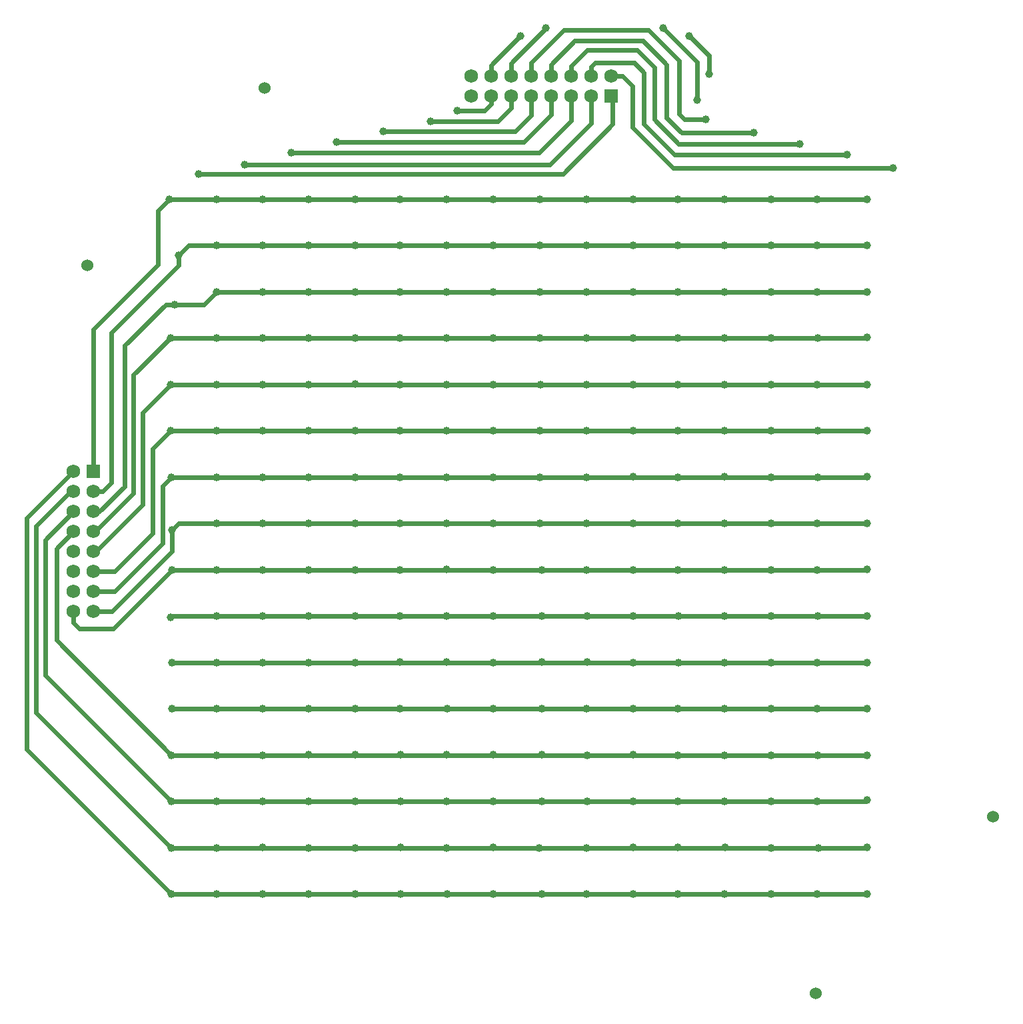
<source format=gbr>
%TF.GenerationSoftware,Altium Limited,Altium Designer,19.1.6 (110)*%
G04 Layer_Physical_Order=2*
G04 Layer_Color=16711680*
%FSLAX43Y43*%
%MOMM*%
%TF.FileFunction,Copper,L2,Bot,Signal*%
%TF.Part,Single*%
G01*
G75*
%TA.AperFunction,Conductor*%
%ADD11C,0.600*%
%TA.AperFunction,WasherPad*%
%ADD12C,1.524*%
%TA.AperFunction,ComponentPad*%
%ADD13R,1.750X1.750*%
%ADD14C,1.750*%
%ADD15R,1.750X1.750*%
%TA.AperFunction,ViaPad*%
%ADD16C,1.000*%
D11*
X67500Y87493D02*
X73400D01*
X55900D02*
X67500D01*
X26500D02*
X32200D01*
X20550D02*
X26500D01*
X14700D02*
X20550D01*
X8900D02*
X14700D01*
X4100Y86275D02*
X5318Y87493D01*
X-4475Y76425D02*
X4100Y85000D01*
X-4475Y57375D02*
Y76425D01*
X4100Y85000D02*
Y86275D01*
X-6750Y76850D02*
X1450Y85050D01*
X-6750Y58800D02*
Y76850D01*
X1450Y85050D02*
Y91950D01*
X8900Y93400D02*
X20550D01*
X32200D01*
X44000D01*
X55900D01*
X67500D01*
X91500D01*
X5318Y87493D02*
X8900D01*
X3550Y80000D02*
X7290D01*
X2425D02*
X3550D01*
X-2777Y74798D02*
X2425Y80000D01*
X7290D02*
X8900Y81610D01*
X-2777Y56923D02*
Y74798D01*
X50000Y81610D02*
X61800D01*
X46280Y110680D02*
X50700Y115100D01*
X46280Y109040D02*
Y110680D01*
X1450Y91950D02*
X2900Y93400D01*
X66903Y97372D02*
X94825D01*
X61725Y102550D02*
X66903Y97372D01*
X71450Y109275D02*
Y111625D01*
X68925Y114150D02*
X71450Y111625D01*
X47450Y114125D02*
X47500D01*
X43740Y110415D02*
X47450Y114125D01*
X43740Y109040D02*
Y110415D01*
X53000Y114875D02*
X63725D01*
X48820Y110695D02*
X53000Y114875D01*
X48820Y109040D02*
Y110695D01*
X63050Y113500D02*
X66075Y110475D01*
Y103725D02*
Y110475D01*
Y103725D02*
X67975Y101825D01*
X54400Y113500D02*
X63050D01*
X51360Y110460D02*
X54400Y113500D01*
X51360Y109040D02*
Y110460D01*
X67650Y104250D02*
Y110950D01*
X63725Y114875D02*
X67650Y110950D01*
Y104250D02*
X68350Y103550D01*
X67025Y99075D02*
X88978D01*
X63175Y102925D02*
X67025Y99075D01*
X67573Y100427D02*
X82975D01*
X64500Y103500D02*
X67573Y100427D01*
X67975Y101825D02*
X77178D01*
X68350Y103550D02*
X71075D01*
X69950Y106000D02*
Y110775D01*
X65625Y115100D02*
X69950Y110775D01*
X59225Y102900D02*
Y106255D01*
X52925Y96600D02*
X59225Y102900D01*
X6575Y96600D02*
X52925D01*
X56440Y102991D02*
Y106500D01*
X51249Y97800D02*
X56440Y102991D01*
X12450Y97800D02*
X51249D01*
X53900Y103325D02*
Y106500D01*
X49900Y99325D02*
X53900Y103325D01*
X18350Y99325D02*
X49900D01*
X24125Y100675D02*
X47900D01*
X51360Y104135D01*
X30025Y102025D02*
X46800D01*
X48820Y104045D01*
X46280Y104980D02*
Y106500D01*
X44600Y103300D02*
X46280Y104980D01*
X36072Y103300D02*
X44600D01*
X39475Y104650D02*
X42925D01*
X43740Y105465D01*
Y106500D01*
X53900Y109040D02*
Y110300D01*
X55950Y112350D01*
X62325D01*
X64500Y110175D01*
Y103500D02*
Y110175D01*
X56950Y110700D02*
X61975D01*
X56440Y110190D02*
X56950Y110700D01*
X56440Y109040D02*
Y110190D01*
X61975Y110700D02*
X63175Y109500D01*
Y102925D02*
Y109500D01*
X61725Y102550D02*
Y107775D01*
X60460Y109040D02*
X61725Y107775D01*
X58980Y109040D02*
X60460D01*
X48820Y104045D02*
Y106500D01*
X51360Y104135D02*
Y106500D01*
X58980D02*
X59225Y106255D01*
X41040Y109200D02*
X41200Y109040D01*
X-1650Y56025D02*
Y71075D01*
X-6495Y51180D02*
X-1650Y56025D01*
X-5980Y53720D02*
X-2777Y56923D01*
X-6750Y53720D02*
X-5980D01*
X-5590Y56260D02*
X-4475Y57375D01*
X-6750Y56260D02*
X-5590D01*
X-6750Y51180D02*
X-6495D01*
X20550Y69846D02*
X32200D01*
X-525Y66271D02*
X3050Y69846D01*
X-525Y54595D02*
Y66271D01*
X-6254Y48866D02*
X-525Y54595D01*
X67525Y58081D02*
X79300D01*
X55900D02*
X67525D01*
X2025Y49650D02*
Y56985D01*
X-4065Y43560D02*
X2025Y49650D01*
X-6750Y43560D02*
X-4065D01*
X800Y50975D02*
Y61678D01*
X-4075Y46100D02*
X800Y50975D01*
X-6750Y46100D02*
X-4075D01*
X800Y61678D02*
X3085Y63963D01*
X-6524Y48866D02*
X-6254D01*
X2025Y56985D02*
X3121Y58081D01*
X4082Y52200D02*
X8900D01*
X3263Y51381D02*
X4082Y52200D01*
X8900D02*
X20550D01*
X-4405Y41020D02*
X3263Y48688D01*
X-6750Y41020D02*
X-4405D01*
X3263Y48688D02*
Y51381D01*
X-1650Y71075D02*
X3050Y75775D01*
Y69846D02*
X8900D01*
X-6750Y48640D02*
X-6524Y48866D01*
X32200Y46316D02*
X44000D01*
X-8525Y38850D02*
X-4204D01*
X-9290Y39615D02*
X-8525Y38850D01*
X-9290Y39615D02*
Y41020D01*
X-4204Y38850D02*
X3263Y46316D01*
X-15225Y23537D02*
Y52865D01*
X-9290Y58800D01*
X-15225Y23537D02*
X3172Y5140D01*
X-14025Y51900D02*
X-9665Y56260D01*
X-9290D01*
X-14025Y28219D02*
Y51900D01*
Y28219D02*
X3172Y11022D01*
X85200Y16905D02*
X91414D01*
X79300D02*
X85200D01*
X73412D02*
X79300D01*
X67525D02*
X73412D01*
X44035D02*
X67525D01*
X38100D02*
X44035D01*
X26500D02*
X38100D01*
X20562D02*
X26500D01*
X8900D02*
X20562D01*
X-12875Y32951D02*
Y50135D01*
X-9290Y53720D01*
X-12875Y32951D02*
X3172Y16905D01*
X-11450Y37409D02*
Y49020D01*
X-9290Y51180D01*
X-11450Y37409D02*
X3172Y22787D01*
X85200Y34552D02*
X91500D01*
X79300D02*
X85200D01*
X73412D02*
X79300D01*
X67560D02*
X73412D01*
X61800D02*
X67560D01*
X44035D02*
X61800D01*
X26500D02*
X44035D01*
X20550D02*
X26500D01*
X14735D02*
X20550D01*
X8900D02*
X14735D01*
X79300Y40434D02*
X91559D01*
X73412D02*
X79300D01*
X61800D02*
X73412D01*
X55935D02*
X61800D01*
X50230D02*
X55935D01*
X44000D02*
X50230D01*
X38100D02*
X44000D01*
X32200D02*
X38100D01*
X20562D02*
X32200D01*
X14700D02*
X20562D01*
X8900D02*
X14700D01*
X3175Y40450D02*
X3191Y40434D01*
X85200Y46316D02*
X91452D01*
X79300D02*
X85200D01*
X73412D02*
X79300D01*
X67525D02*
X73412D01*
X61800D02*
X67525D01*
X55900D02*
X61800D01*
X50176D02*
X55900D01*
X44000D02*
X50176D01*
X26500D02*
X32200D01*
X20550D02*
X26500D01*
X14700D02*
X20550D01*
X8900D02*
X14700D01*
X85200Y52200D02*
X91500D01*
X79300D02*
X85200D01*
X73400D02*
X79300D01*
X67525D02*
X73400D01*
X61800D02*
X67525D01*
X55900D02*
X61800D01*
X49950D02*
X55900D01*
X44000D02*
X49950D01*
X38125D02*
X44000D01*
X32200D02*
X38125D01*
X26500D02*
X32200D01*
X20550D02*
X26500D01*
X85247Y58081D02*
X91456D01*
X79300D02*
X85247D01*
X49950D02*
X55900D01*
X44000D02*
X49950D01*
X38125D02*
X44000D01*
X85247Y63963D02*
X91524D01*
X79300D02*
X85247D01*
X73400D02*
X79300D01*
X67500D02*
X73400D01*
X61800D02*
X67500D01*
X55900D02*
X61800D01*
X49950D02*
X55900D01*
X44000D02*
X49950D01*
X38100D02*
X44000D01*
X8900Y11022D02*
X91481D01*
X8900Y5140D02*
X91535D01*
X8900Y22787D02*
X91535D01*
X91414Y16905D02*
X91559Y17050D01*
X8900Y28669D02*
X91559D01*
X3263D02*
X8900D01*
X3263Y34552D02*
X8900D01*
X91452Y46316D02*
X91535Y46400D01*
X3263Y46316D02*
X8900D01*
X32200Y63963D02*
X38100D01*
X3191Y40434D02*
X8900D01*
X3172Y22787D02*
X8900D01*
X3172Y16905D02*
X8900D01*
X26500Y63963D02*
X32200D01*
X85200Y69846D02*
X91506D01*
X79300D02*
X85200D01*
X73400D02*
X79300D01*
X67525D02*
X73400D01*
X61800D02*
X67525D01*
X55900D02*
X61800D01*
X50025D02*
X55900D01*
X44000D02*
X50025D01*
X38100D02*
X44000D01*
X32200D02*
X38100D01*
X85235Y75775D02*
X91400D01*
X79300D02*
X85235D01*
X73400D02*
X79300D01*
X67525D02*
X73400D01*
X61800D02*
X67525D01*
X55900D02*
X61800D01*
X49950D02*
X55900D01*
X44000D02*
X49950D01*
X38100D02*
X44000D01*
X32200D02*
X38100D01*
X26500D02*
X32200D01*
X91400D02*
X91500Y75875D01*
X32200Y58081D02*
X38125D01*
X26500D02*
X32200D01*
X20562D02*
X26500D01*
X14735D02*
X20562D01*
X8900D02*
X14735D01*
X20550Y63963D02*
X26500D01*
X14700D02*
X20550D01*
X8900D02*
X14700D01*
Y69846D02*
X20550D01*
X8900D02*
X14700D01*
X20550Y75775D02*
X26500D01*
X14700D02*
X20550D01*
X8900D02*
X14700D01*
X3172Y5140D02*
X8900D01*
X3172Y11022D02*
X8900D01*
X3121Y58081D02*
X8900D01*
X3085Y63963D02*
X8900D01*
X3050Y75775D02*
X8900D01*
X85200Y81610D02*
X91535D01*
X79300D02*
X85200D01*
X73400D02*
X79300D01*
X67500D02*
X73400D01*
X61800D02*
X67500D01*
X85200Y87493D02*
X91500D01*
X79300D02*
X85200D01*
X73400D02*
X79300D01*
X49950D02*
X55900D01*
X44000D02*
X49950D01*
X38100Y81610D02*
X44000D01*
X50000D01*
X38100Y87493D02*
X44000D01*
X32200D02*
X38100D01*
X32200Y81610D02*
X38100D01*
X26500D02*
X32200D01*
X20550D02*
X26500D01*
X14700D02*
X20550D01*
X8900D02*
X14700D01*
X26500Y87493D02*
Y87528D01*
X14700Y87493D02*
Y87528D01*
X91481Y11022D02*
X91559Y11100D01*
X3050Y40325D02*
X3175Y40450D01*
X91456Y58081D02*
X91500Y58125D01*
X91524Y63963D02*
X91535Y63975D01*
X91506Y69846D02*
X91535Y69875D01*
X2900Y93400D02*
X8900D01*
D12*
X-7500Y85000D02*
D03*
X15000Y107500D02*
D03*
X107500Y15000D02*
D03*
X85000Y-7500D02*
D03*
D13*
X-6750Y58800D02*
D03*
D14*
X-9290Y56260D02*
D03*
Y53720D02*
D03*
Y51180D02*
D03*
Y48640D02*
D03*
Y46100D02*
D03*
Y43560D02*
D03*
Y41020D02*
D03*
X-6750Y43560D02*
D03*
Y53720D02*
D03*
X-9290Y58800D02*
D03*
X-6750Y41020D02*
D03*
Y46100D02*
D03*
Y48640D02*
D03*
Y51180D02*
D03*
Y56260D02*
D03*
X56440Y106500D02*
D03*
X51360D02*
D03*
X48820D02*
D03*
X46280D02*
D03*
X41200D02*
D03*
X58980Y109040D02*
D03*
X53900Y106500D02*
D03*
X43740D02*
D03*
X41200Y109040D02*
D03*
X43740D02*
D03*
X46280D02*
D03*
X48820D02*
D03*
X51360D02*
D03*
X53900D02*
D03*
X56440D02*
D03*
D15*
X58980Y106500D02*
D03*
D16*
X4100Y86275D02*
D03*
X3550Y80000D02*
D03*
X50700Y115100D02*
D03*
X94825Y97372D02*
D03*
X68925Y114150D02*
D03*
X47500Y114125D02*
D03*
X88978Y99075D02*
D03*
X82975Y100427D02*
D03*
X77178Y101825D02*
D03*
X71075Y103550D02*
D03*
X69950Y106000D02*
D03*
X71450Y109275D02*
D03*
X18350Y99325D02*
D03*
X24125Y100675D02*
D03*
X30025Y102025D02*
D03*
X36072Y103300D02*
D03*
X39475Y104650D02*
D03*
X65625Y115100D02*
D03*
X12450Y97800D02*
D03*
X6575Y96600D02*
D03*
X3050Y69846D02*
D03*
X3263Y51381D02*
D03*
X14700Y11058D02*
D03*
X20550Y11022D02*
D03*
X26535D02*
D03*
X32271Y11058D02*
D03*
X38100Y11022D02*
D03*
X44035Y11100D02*
D03*
X49875Y10975D02*
D03*
X55900Y11022D02*
D03*
X32271Y5140D02*
D03*
X26500Y5140D02*
D03*
X20550D02*
D03*
X14700D02*
D03*
X38159Y5175D02*
D03*
X44071D02*
D03*
X50176D02*
D03*
X55900D02*
D03*
X61800D02*
D03*
X61834Y11100D02*
D03*
X67525D02*
D03*
X73469Y11058D02*
D03*
X67525Y5140D02*
D03*
X73447Y5175D02*
D03*
X79335D02*
D03*
X85200D02*
D03*
X79300Y11022D02*
D03*
X85318D02*
D03*
X85200Y16905D02*
D03*
X85282Y22787D02*
D03*
X79300Y16905D02*
D03*
X73412D02*
D03*
X67525D02*
D03*
X79300Y22787D02*
D03*
X73412D02*
D03*
X67525D02*
D03*
X85200Y28669D02*
D03*
X79300D02*
D03*
X73434D02*
D03*
X67525Y28705D02*
D03*
X85200Y34552D02*
D03*
X79300D02*
D03*
X73412D02*
D03*
X67560D02*
D03*
X61800D02*
D03*
X61834Y28705D02*
D03*
X61800Y22822D02*
D03*
Y16940D02*
D03*
X55935D02*
D03*
X50176D02*
D03*
X44035Y16905D02*
D03*
X38100D02*
D03*
X55935Y22787D02*
D03*
X50176Y22822D02*
D03*
X44035D02*
D03*
X38135D02*
D03*
X55900Y28705D02*
D03*
X50176D02*
D03*
X44035D02*
D03*
X38159D02*
D03*
X55935Y34587D02*
D03*
X50176D02*
D03*
X44035Y34552D02*
D03*
X20562Y16940D02*
D03*
X14700D02*
D03*
X26500Y16905D02*
D03*
X32235Y16940D02*
D03*
Y22822D02*
D03*
X26535D02*
D03*
X20550D02*
D03*
X14735Y22787D02*
D03*
X32200Y28669D02*
D03*
X26500D02*
D03*
X20562D02*
D03*
X14700D02*
D03*
X38100Y34587D02*
D03*
X32200D02*
D03*
X26500Y34552D02*
D03*
X20550D02*
D03*
X14735D02*
D03*
X14700Y40434D02*
D03*
X20562D02*
D03*
X26500Y40469D02*
D03*
X32200Y40434D02*
D03*
X38100D02*
D03*
X44000D02*
D03*
X50230D02*
D03*
X55935D02*
D03*
X61800D02*
D03*
X67560Y40469D02*
D03*
X73412Y40434D02*
D03*
X79300D02*
D03*
X85282Y40469D02*
D03*
X85200Y46316D02*
D03*
X79300D02*
D03*
X73412D02*
D03*
X67525D02*
D03*
X61800D02*
D03*
X55900D02*
D03*
X50176D02*
D03*
X44000D02*
D03*
X38100Y46352D02*
D03*
X32200Y46316D02*
D03*
X26500D02*
D03*
X20550D02*
D03*
X14700D02*
D03*
X85200Y52200D02*
D03*
X79300D02*
D03*
X73400D02*
D03*
X67525D02*
D03*
X61800D02*
D03*
X55900D02*
D03*
X49950D02*
D03*
X44000D02*
D03*
X38125D02*
D03*
X32200D02*
D03*
X26500D02*
D03*
X20550D02*
D03*
X14735Y52199D02*
D03*
X85247Y63963D02*
D03*
X79300D02*
D03*
X73400D02*
D03*
X67500D02*
D03*
X61800D02*
D03*
X55900D02*
D03*
X85247Y58081D02*
D03*
X79300D02*
D03*
X73412Y58125D02*
D03*
X67525Y58081D02*
D03*
X61800Y58116D02*
D03*
X55900Y58081D02*
D03*
X49950D02*
D03*
X44000D02*
D03*
X49950Y63963D02*
D03*
X44000D02*
D03*
X38100D02*
D03*
X32200D02*
D03*
X85200Y69846D02*
D03*
X79300D02*
D03*
X73400D02*
D03*
X67525D02*
D03*
X61800D02*
D03*
X55900D02*
D03*
X50025D02*
D03*
X44000D02*
D03*
X38100D02*
D03*
X32200D02*
D03*
X85235Y75775D02*
D03*
X79300D02*
D03*
X73400D02*
D03*
X67525D02*
D03*
X61800D02*
D03*
X55900D02*
D03*
X49950D02*
D03*
X44000D02*
D03*
X38100D02*
D03*
X32200D02*
D03*
X38125Y58081D02*
D03*
X32200D02*
D03*
X26500D02*
D03*
X20562D02*
D03*
X14735D02*
D03*
X26500Y63963D02*
D03*
Y69881D02*
D03*
X20550Y63963D02*
D03*
X14700D02*
D03*
X20550Y69846D02*
D03*
X14700D02*
D03*
X26500Y75775D02*
D03*
X20550D02*
D03*
X14700D02*
D03*
X8900Y5140D02*
D03*
Y11022D02*
D03*
Y16905D02*
D03*
Y22787D02*
D03*
Y28669D02*
D03*
Y34552D02*
D03*
Y40434D02*
D03*
Y46316D02*
D03*
Y52200D02*
D03*
Y58081D02*
D03*
Y63963D02*
D03*
Y69846D02*
D03*
Y75775D02*
D03*
X85200Y81610D02*
D03*
X79300D02*
D03*
X73400D02*
D03*
X67500D02*
D03*
X61800D02*
D03*
X85200Y87493D02*
D03*
X79300D02*
D03*
X73400D02*
D03*
X67500Y87528D02*
D03*
X49950Y87493D02*
D03*
X61800Y87528D02*
D03*
X55900Y87493D02*
D03*
Y81646D02*
D03*
X44000Y81610D02*
D03*
Y87493D02*
D03*
X38100D02*
D03*
X50000Y81610D02*
D03*
X38100D02*
D03*
X32200D02*
D03*
X26500D02*
D03*
X20550D02*
D03*
X14700D02*
D03*
X8900D02*
D03*
X32200Y87493D02*
D03*
X26500Y87528D02*
D03*
X20550Y87493D02*
D03*
X14700Y87528D02*
D03*
X8900Y87493D02*
D03*
X3172Y5140D02*
D03*
X91535D02*
D03*
X91559Y11100D02*
D03*
X3172Y11022D02*
D03*
X91559Y17050D02*
D03*
X3172Y16905D02*
D03*
Y22787D02*
D03*
X91535D02*
D03*
X91559Y28669D02*
D03*
X3263D02*
D03*
X91500Y34552D02*
D03*
X3263D02*
D03*
Y46316D02*
D03*
X3050Y40325D02*
D03*
X91559Y40434D02*
D03*
X91535Y46400D02*
D03*
X91500Y52200D02*
D03*
Y58125D02*
D03*
X3121Y58081D02*
D03*
X91535Y63975D02*
D03*
X3085Y63963D02*
D03*
X91535Y69875D02*
D03*
X91500Y75875D02*
D03*
X3050Y75775D02*
D03*
X91535Y81610D02*
D03*
X91500Y87493D02*
D03*
X26500Y93411D02*
D03*
X20550Y93400D02*
D03*
X14700Y93411D02*
D03*
X32200Y93400D02*
D03*
X38100Y93411D02*
D03*
X44000Y93400D02*
D03*
X50000Y93411D02*
D03*
X55900Y93400D02*
D03*
X61800Y93411D02*
D03*
X67500Y93400D02*
D03*
X73400Y93411D02*
D03*
X79300D02*
D03*
X85200D02*
D03*
X91500Y93400D02*
D03*
X2900D02*
D03*
X8900D02*
D03*
%TF.MD5,a86cf893004a21974e02009e5f81ee18*%
M02*

</source>
